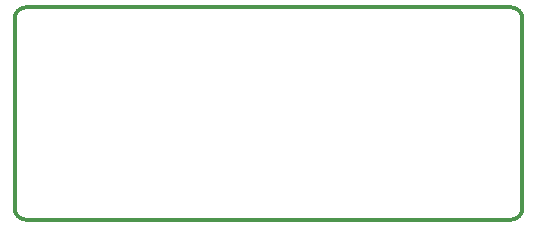
<source format=gko>
G04 DesignSpark PCB Gerber Version 10.0 Build 5299*
G04 #@! TF.Part,Single*
%FSLAX35Y35*%
%MOMM*%
%ADD11C,0.30000*%
G04 #@! TD.AperFunction*
X0Y0D02*
D02*
D11*
X873180Y2237280D02*
X4973180D01*
G75*
G02*
X5073180Y2137280I0J-100000D01*
G01*
Y537280D01*
G75*
G02*
X4973180Y437280I-100000J0D01*
G01*
X873180D01*
G75*
G02*
X773180Y537280I0J100000D01*
G01*
Y2137280D01*
G75*
G02*
X873180Y2237280I100000J0D01*
G01*
X0Y0D02*
M02*

</source>
